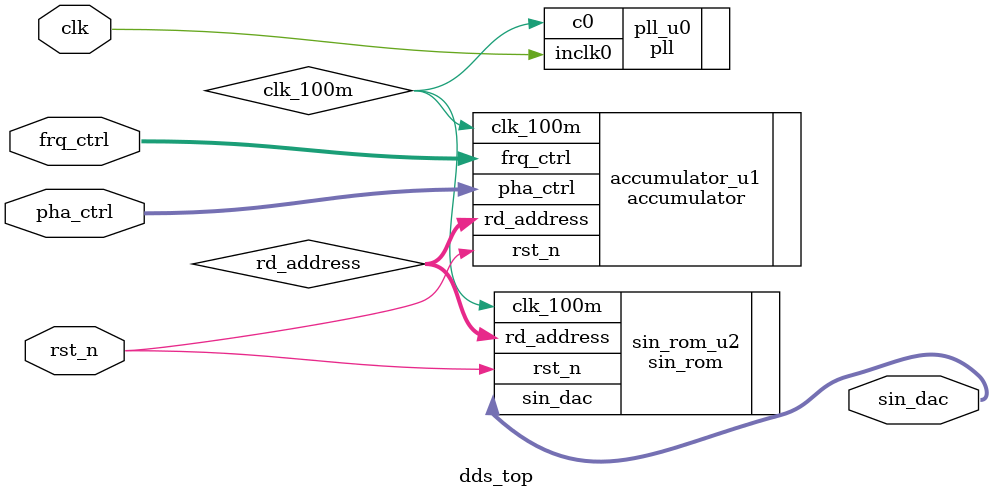
<source format=v>
module dds_top(
    clk     ,
    rst_n   ,
    pha_ctrl,
    frq_ctrl,
    sin_dac 
    );

    input               clk     ;
    input               rst_n   ;
    input [7:0]         pha_ctrl;   //phase control word
    input [7:0]         frq_ctrl;   //frequency control word

    output wire [7:0]   sin_dac ;   //to output analog sine wave

    wire                clk_100m;
    wire [7:0]          rd_address;

    pll pll_u0(        //generate 100M clk
	    .inclk0(clk),
	    .c0(clk_100m)
    );

    accumulator accumulator_u1(     //accumulator
        .clk_100m  (clk_100m  ),
        .rst_n     (rst_n     ),
        .pha_ctrl  (pha_ctrl  ),
        .frq_ctrl  (frq_ctrl  ),
        .rd_address(rd_address)     //rd_address which reads rom
    );

    sin_rom sin_rom_u2(             //rom which stored sine wave
        .clk_100m  (clk_100m  ), 
        .rst_n     (rst_n     ),
        .rd_address(rd_address),
        .sin_dac   (sin_dac   )  
    );
    endmodule


</source>
